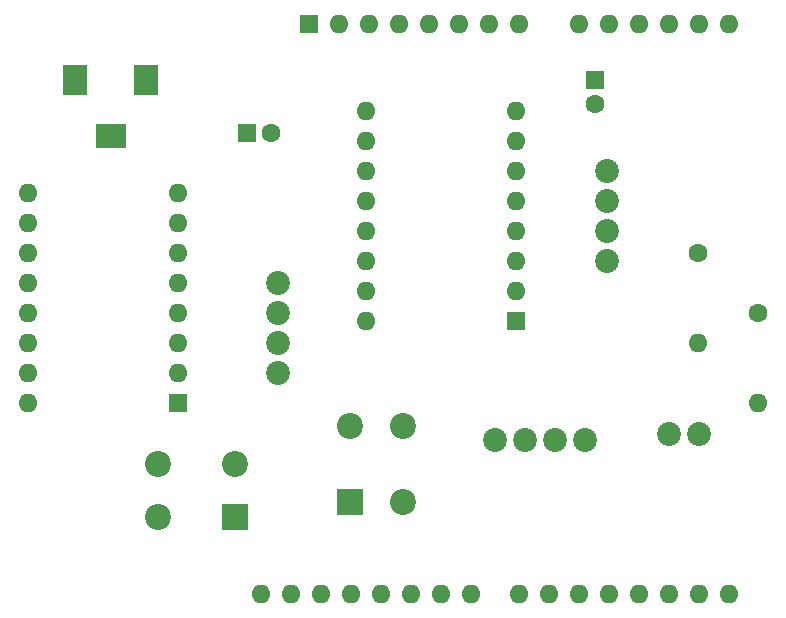
<source format=gbr>
%TF.GenerationSoftware,KiCad,Pcbnew,8.0.2*%
%TF.CreationDate,2024-05-07T15:43:14+01:00*%
%TF.ProjectId,FARESHARE KICAD,46415245-5348-4415-9245-204b49434144,V 1.0*%
%TF.SameCoordinates,Original*%
%TF.FileFunction,Soldermask,Bot*%
%TF.FilePolarity,Negative*%
%FSLAX46Y46*%
G04 Gerber Fmt 4.6, Leading zero omitted, Abs format (unit mm)*
G04 Created by KiCad (PCBNEW 8.0.2) date 2024-05-07 15:43:14*
%MOMM*%
%LPD*%
G01*
G04 APERTURE LIST*
%ADD10C,1.600000*%
%ADD11O,1.600000X1.600000*%
%ADD12R,2.200000X2.200000*%
%ADD13C,2.200000*%
%ADD14R,2.600000X2.000000*%
%ADD15R,2.000000X2.600000*%
%ADD16C,2.020000*%
%ADD17R,1.600000X1.600000*%
G04 APERTURE END LIST*
D10*
%TO.C,R2*%
X147320000Y-76200000D03*
D11*
X147320000Y-83820000D03*
%TD*%
D10*
%TO.C,R1*%
X142240000Y-71120000D03*
D11*
X142240000Y-78740000D03*
%TD*%
D12*
%TO.C,S2*%
X103020000Y-93500000D03*
D13*
X96520000Y-93500000D03*
X96520000Y-89000000D03*
X103020000Y-89000000D03*
%TD*%
D12*
%TO.C,S1*%
X112750000Y-92250000D03*
D13*
X112750000Y-85750000D03*
X117250000Y-85750000D03*
X117250000Y-92250000D03*
%TD*%
D14*
%TO.C,J5*%
X92500000Y-61200000D03*
D15*
X95500000Y-56500000D03*
X89500000Y-56500000D03*
%TD*%
D16*
%TO.C,J4*%
X139735000Y-86500000D03*
X142275000Y-86500000D03*
%TD*%
%TO.C,J3*%
X125000000Y-87000000D03*
X127540000Y-87000000D03*
X130080000Y-87000000D03*
X132620000Y-87000000D03*
%TD*%
%TO.C,J2*%
X106680000Y-73660000D03*
X106680000Y-76200000D03*
X106680000Y-78740000D03*
X106680000Y-81280000D03*
%TD*%
%TO.C,J1*%
X134500000Y-64195000D03*
X134500000Y-66735000D03*
X134500000Y-69275000D03*
X134500000Y-71815000D03*
%TD*%
D17*
%TO.C,C2*%
X104044888Y-61000000D03*
D10*
X106044888Y-61000000D03*
%TD*%
D17*
%TO.C,C1*%
X133500000Y-56500000D03*
D10*
X133500000Y-58500000D03*
%TD*%
D17*
%TO.C,A2*%
X126840000Y-76890000D03*
D11*
X126840000Y-74350000D03*
X126840000Y-71810000D03*
X126840000Y-69270000D03*
X126840000Y-66730000D03*
X126840000Y-64190000D03*
X126840000Y-61650000D03*
X126840000Y-59110000D03*
X114140000Y-59110000D03*
X114140000Y-61650000D03*
X114140000Y-64190000D03*
X114140000Y-66730000D03*
X114140000Y-69270000D03*
X114140000Y-71810000D03*
X114140000Y-74350000D03*
X114140000Y-76890000D03*
%TD*%
D17*
%TO.C,A1*%
X98200000Y-83820000D03*
D11*
X98200000Y-81280000D03*
X98200000Y-78740000D03*
X98200000Y-76200000D03*
X98200000Y-73660000D03*
X98200000Y-71120000D03*
X98200000Y-68580000D03*
X98200000Y-66040000D03*
X85500000Y-66040000D03*
X85500000Y-68580000D03*
X85500000Y-71120000D03*
X85500000Y-73660000D03*
X85500000Y-76200000D03*
X85500000Y-78740000D03*
X85500000Y-81280000D03*
X85500000Y-83820000D03*
%TD*%
D17*
%TO.C,A3*%
X109280000Y-51740000D03*
D11*
X111820000Y-51740000D03*
X114360000Y-51740000D03*
X116900000Y-51740000D03*
X119440000Y-51740000D03*
X121980000Y-51740000D03*
X124520000Y-51740000D03*
X127060000Y-51740000D03*
X132140000Y-51740000D03*
X134680000Y-51740000D03*
X137220000Y-51740000D03*
X139760000Y-51740000D03*
X142300000Y-51740000D03*
X144840000Y-51740000D03*
X144840000Y-100000000D03*
X142300000Y-100000000D03*
X139760000Y-100000000D03*
X137220000Y-100000000D03*
X134680000Y-100000000D03*
X132140000Y-100000000D03*
X129600000Y-100000000D03*
X127060000Y-100000000D03*
X123000000Y-100000000D03*
X120460000Y-100000000D03*
X117920000Y-100000000D03*
X115380000Y-100000000D03*
X112840000Y-100000000D03*
X110300000Y-100000000D03*
X107760000Y-100000000D03*
X105220000Y-100000000D03*
%TD*%
M02*

</source>
